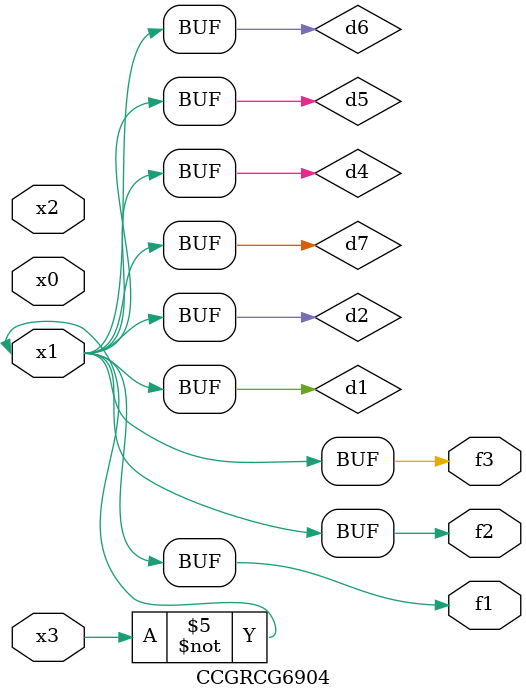
<source format=v>
module CCGRCG6904(
	input x0, x1, x2, x3,
	output f1, f2, f3
);

	wire d1, d2, d3, d4, d5, d6, d7;

	not (d1, x3);
	buf (d2, x1);
	xnor (d3, d1, d2);
	nor (d4, d1);
	buf (d5, d1, d2);
	buf (d6, d4, d5);
	nand (d7, d4);
	assign f1 = d6;
	assign f2 = d7;
	assign f3 = d6;
endmodule

</source>
